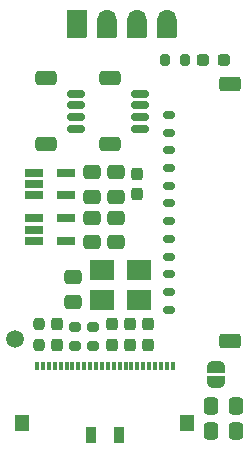
<source format=gbr>
%TF.GenerationSoftware,KiCad,Pcbnew,7.0.1*%
%TF.CreationDate,2024-01-21T13:12:55-07:00*%
%TF.ProjectId,camera_v1,63616d65-7261-45f7-9631-2e6b69636164,rev?*%
%TF.SameCoordinates,Original*%
%TF.FileFunction,Soldermask,Top*%
%TF.FilePolarity,Negative*%
%FSLAX46Y46*%
G04 Gerber Fmt 4.6, Leading zero omitted, Abs format (unit mm)*
G04 Created by KiCad (PCBNEW 7.0.1) date 2024-01-21 13:12:55*
%MOMM*%
%LPD*%
G01*
G04 APERTURE LIST*
G04 Aperture macros list*
%AMRoundRect*
0 Rectangle with rounded corners*
0 $1 Rounding radius*
0 $2 $3 $4 $5 $6 $7 $8 $9 X,Y pos of 4 corners*
0 Add a 4 corners polygon primitive as box body*
4,1,4,$2,$3,$4,$5,$6,$7,$8,$9,$2,$3,0*
0 Add four circle primitives for the rounded corners*
1,1,$1+$1,$2,$3*
1,1,$1+$1,$4,$5*
1,1,$1+$1,$6,$7*
1,1,$1+$1,$8,$9*
0 Add four rect primitives between the rounded corners*
20,1,$1+$1,$2,$3,$4,$5,0*
20,1,$1+$1,$4,$5,$6,$7,0*
20,1,$1+$1,$6,$7,$8,$9,0*
20,1,$1+$1,$8,$9,$2,$3,0*%
%AMFreePoly0*
4,1,19,0.500000,-0.750000,0.000000,-0.750000,0.000000,-0.744911,-0.071157,-0.744911,-0.207708,-0.704816,-0.327430,-0.627875,-0.420627,-0.520320,-0.479746,-0.390866,-0.500000,-0.250000,-0.500000,0.250000,-0.479746,0.390866,-0.420627,0.520320,-0.327430,0.627875,-0.207708,0.704816,-0.071157,0.744911,0.000000,0.744911,0.000000,0.750000,0.500000,0.750000,0.500000,-0.750000,0.500000,-0.750000,
$1*%
%AMFreePoly1*
4,1,19,0.000000,0.744911,0.071157,0.744911,0.207708,0.704816,0.327430,0.627875,0.420627,0.520320,0.479746,0.390866,0.500000,0.250000,0.500000,-0.250000,0.479746,-0.390866,0.420627,-0.520320,0.327430,-0.627875,0.207708,-0.704816,0.071157,-0.744911,0.000000,-0.744911,0.000000,-0.750000,-0.500000,-0.750000,-0.500000,0.750000,0.000000,0.750000,0.000000,0.744911,0.000000,0.744911,
$1*%
G04 Aperture macros list end*
%ADD10R,0.300000X0.800000*%
%ADD11R,0.850000X1.400000*%
%ADD12R,1.220000X1.400000*%
%ADD13R,1.560000X0.650000*%
%ADD14RoundRect,0.200000X0.275000X-0.200000X0.275000X0.200000X-0.275000X0.200000X-0.275000X-0.200000X0*%
%ADD15RoundRect,0.200000X-0.275000X0.200000X-0.275000X-0.200000X0.275000X-0.200000X0.275000X0.200000X0*%
%ADD16RoundRect,0.200000X-0.200000X-0.275000X0.200000X-0.275000X0.200000X0.275000X-0.200000X0.275000X0*%
%ADD17R,2.100000X1.800000*%
%ADD18FreePoly0,90.000000*%
%ADD19FreePoly1,90.000000*%
%ADD20R,1.700000X1.700000*%
%ADD21O,1.700000X1.700000*%
%ADD22RoundRect,0.150000X0.625000X-0.150000X0.625000X0.150000X-0.625000X0.150000X-0.625000X-0.150000X0*%
%ADD23RoundRect,0.250000X0.650000X-0.350000X0.650000X0.350000X-0.650000X0.350000X-0.650000X-0.350000X0*%
%ADD24RoundRect,0.150000X0.350000X-0.150000X0.350000X0.150000X-0.350000X0.150000X-0.350000X-0.150000X0*%
%ADD25RoundRect,0.250000X0.650000X-0.375000X0.650000X0.375000X-0.650000X0.375000X-0.650000X-0.375000X0*%
%ADD26C,1.500000*%
%ADD27RoundRect,0.237500X-0.237500X0.250000X-0.237500X-0.250000X0.237500X-0.250000X0.237500X0.250000X0*%
%ADD28RoundRect,0.237500X0.287500X0.237500X-0.287500X0.237500X-0.287500X-0.237500X0.287500X-0.237500X0*%
%ADD29RoundRect,0.237500X0.237500X-0.300000X0.237500X0.300000X-0.237500X0.300000X-0.237500X-0.300000X0*%
%ADD30RoundRect,0.250000X-0.475000X0.337500X-0.475000X-0.337500X0.475000X-0.337500X0.475000X0.337500X0*%
%ADD31RoundRect,0.250000X0.475000X-0.337500X0.475000X0.337500X-0.475000X0.337500X-0.475000X-0.337500X0*%
%ADD32RoundRect,0.250000X-0.337500X-0.475000X0.337500X-0.475000X0.337500X0.475000X-0.337500X0.475000X0*%
%ADD33RoundRect,0.237500X-0.237500X0.300000X-0.237500X-0.300000X0.237500X-0.300000X0.237500X0.300000X0*%
G04 APERTURE END LIST*
D10*
%TO.C,X1*%
X150330000Y-134900000D03*
X150830000Y-134900000D03*
X151330000Y-134900000D03*
X151830000Y-134900000D03*
X152330000Y-134900000D03*
X152830000Y-134900000D03*
X153330000Y-134900000D03*
X153830000Y-134900000D03*
X154330000Y-134900000D03*
X154830000Y-134900000D03*
X155330000Y-134900000D03*
X155830000Y-134900000D03*
X156330000Y-134900000D03*
X156830000Y-134900000D03*
X157330000Y-134900000D03*
X157830000Y-134900000D03*
X158330000Y-134900000D03*
X158830000Y-134900000D03*
X159330000Y-134900000D03*
X159830000Y-134900000D03*
X160330000Y-134900000D03*
X160830000Y-134900000D03*
X161330000Y-134900000D03*
X161830000Y-134900000D03*
D11*
X154905000Y-140760000D03*
D12*
X163070000Y-139750000D03*
X149090000Y-139750000D03*
D11*
X157255000Y-140760000D03*
%TD*%
D13*
%TO.C,U3*%
X150100000Y-122427500D03*
X150100000Y-123377500D03*
X150100000Y-124327500D03*
X152800000Y-124327500D03*
X152800000Y-122427500D03*
%TD*%
%TO.C,U2*%
X150070000Y-118562500D03*
X150070000Y-119512500D03*
X150070000Y-120462500D03*
X152770000Y-120462500D03*
X152770000Y-118562500D03*
%TD*%
D14*
%TO.C,R7*%
X155110000Y-133260000D03*
X155110000Y-131610000D03*
%TD*%
D15*
%TO.C,R6*%
X153570000Y-131605000D03*
X153570000Y-133255000D03*
%TD*%
D16*
%TO.C,R5*%
X161170000Y-109050000D03*
X162820000Y-109050000D03*
%TD*%
D17*
%TO.C,OSC1*%
X158960000Y-126820000D03*
X155860000Y-126820000D03*
X155860000Y-129320000D03*
X158960000Y-129320000D03*
%TD*%
D18*
%TO.C,JP1*%
X165500000Y-136290000D03*
D19*
X165500000Y-134990000D03*
%TD*%
D20*
%TO.C,J10*%
X153690000Y-105650000D03*
D21*
X156230000Y-105650000D03*
X158770000Y-105650000D03*
X161310000Y-105650000D03*
%TD*%
D22*
%TO.C,J9*%
X153650000Y-114857500D03*
X153650000Y-113857500D03*
X153650000Y-112857500D03*
X153650000Y-111857500D03*
D23*
X151125000Y-116157500D03*
X151125000Y-110557500D03*
%TD*%
D22*
%TO.C,J8*%
X159050000Y-114857500D03*
X159050000Y-113857500D03*
X159050000Y-112857500D03*
X159050000Y-111857500D03*
D23*
X156525000Y-116157500D03*
X156525000Y-110557500D03*
%TD*%
D24*
%TO.C,J7*%
X161510000Y-130165000D03*
X161510000Y-128665000D03*
X161510000Y-127165000D03*
X161510000Y-125665000D03*
X161510000Y-124165000D03*
X161510000Y-122665000D03*
X161510000Y-121165000D03*
X161510000Y-119665000D03*
X161510000Y-118165000D03*
X161510000Y-116665000D03*
X161510000Y-115165000D03*
X161510000Y-113665000D03*
D25*
X166700000Y-111060000D03*
X166700000Y-132770000D03*
%TD*%
D26*
%TO.C,J1*%
X148450000Y-132610000D03*
%TD*%
D27*
%TO.C,FB1*%
X150510000Y-131355000D03*
X150510000Y-133180000D03*
%TD*%
D28*
%TO.C,D1*%
X166150000Y-109060000D03*
X164400000Y-109060000D03*
%TD*%
D29*
%TO.C,C12*%
X159700000Y-133122500D03*
X159700000Y-131397500D03*
%TD*%
%TO.C,C11*%
X152040000Y-131405000D03*
X152040000Y-133130000D03*
%TD*%
%TO.C,C10*%
X156640000Y-133120000D03*
X156640000Y-131395000D03*
%TD*%
%TO.C,C9*%
X158170000Y-133122500D03*
X158170000Y-131397500D03*
%TD*%
D30*
%TO.C,C8*%
X154950000Y-122380000D03*
X154950000Y-124455000D03*
%TD*%
%TO.C,C7*%
X157000000Y-122370000D03*
X157000000Y-124445000D03*
%TD*%
D31*
%TO.C,C6*%
X153400000Y-129487500D03*
X153400000Y-127412500D03*
%TD*%
D32*
%TO.C,C5*%
X165095000Y-138340000D03*
X167170000Y-138340000D03*
%TD*%
%TO.C,C4*%
X165095000Y-140390000D03*
X167170000Y-140390000D03*
%TD*%
D30*
%TO.C,C3*%
X157000000Y-118515000D03*
X157000000Y-120590000D03*
%TD*%
%TO.C,C2*%
X154950000Y-118522500D03*
X154950000Y-120597500D03*
%TD*%
D33*
%TO.C,C1*%
X158790000Y-118660000D03*
X158790000Y-120385000D03*
%TD*%
G36*
X154478000Y-105666613D02*
G01*
X154523387Y-105712000D01*
X154540000Y-105774000D01*
X154540000Y-107006000D01*
X154523387Y-107068000D01*
X154478000Y-107113387D01*
X154416000Y-107130000D01*
X152964000Y-107130000D01*
X152902000Y-107113387D01*
X152856613Y-107068000D01*
X152840000Y-107006000D01*
X152840000Y-105774000D01*
X152856613Y-105712000D01*
X152902000Y-105666613D01*
X152964000Y-105650000D01*
X154416000Y-105650000D01*
X154478000Y-105666613D01*
G37*
G36*
X157018000Y-105666613D02*
G01*
X157063387Y-105712000D01*
X157080000Y-105774000D01*
X157080000Y-107006000D01*
X157063387Y-107068000D01*
X157018000Y-107113387D01*
X156956000Y-107130000D01*
X155504000Y-107130000D01*
X155442000Y-107113387D01*
X155396613Y-107068000D01*
X155380000Y-107006000D01*
X155380000Y-105774000D01*
X155396613Y-105712000D01*
X155442000Y-105666613D01*
X155504000Y-105650000D01*
X156956000Y-105650000D01*
X157018000Y-105666613D01*
G37*
G36*
X159558000Y-105666613D02*
G01*
X159603387Y-105712000D01*
X159620000Y-105774000D01*
X159620000Y-107006000D01*
X159603387Y-107068000D01*
X159558000Y-107113387D01*
X159496000Y-107130000D01*
X158044000Y-107130000D01*
X157982000Y-107113387D01*
X157936613Y-107068000D01*
X157920000Y-107006000D01*
X157920000Y-105774000D01*
X157936613Y-105712000D01*
X157982000Y-105666613D01*
X158044000Y-105650000D01*
X159496000Y-105650000D01*
X159558000Y-105666613D01*
G37*
G36*
X162098000Y-105666613D02*
G01*
X162143387Y-105712000D01*
X162160000Y-105774000D01*
X162160000Y-107006000D01*
X162143387Y-107068000D01*
X162098000Y-107113387D01*
X162036000Y-107130000D01*
X160584000Y-107130000D01*
X160522000Y-107113387D01*
X160476613Y-107068000D01*
X160460000Y-107006000D01*
X160460000Y-105774000D01*
X160476613Y-105712000D01*
X160522000Y-105666613D01*
X160584000Y-105650000D01*
X162036000Y-105650000D01*
X162098000Y-105666613D01*
G37*
M02*

</source>
